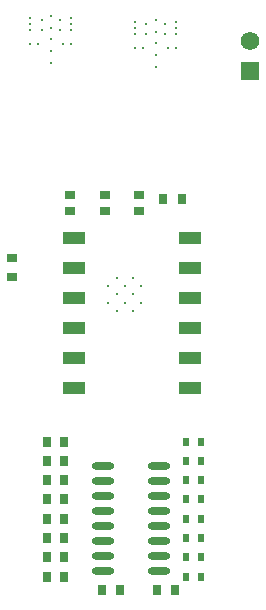
<source format=gbr>
G04*
G04 #@! TF.GenerationSoftware,Altium Limited,Altium Designer,24.9.1 (31)*
G04*
G04 Layer_Color=255*
%FSLAX25Y25*%
%MOIN*%
G70*
G04*
G04 #@! TF.SameCoordinates,0464F855-7F2B-49EB-A455-A8C15B23BB70*
G04*
G04*
G04 #@! TF.FilePolarity,Positive*
G04*
G01*
G75*
%ADD16R,0.03110X0.03661*%
%ADD22R,0.03150X0.03543*%
%ADD27R,0.03197X0.02593*%
%ADD28R,0.02756X0.03543*%
%ADD53C,0.01181*%
%ADD54R,0.06181X0.06181*%
%ADD55C,0.06181*%
%ADD68R,0.02362X0.03150*%
%ADD69O,0.07480X0.02362*%
%ADD70R,0.07500X0.04016*%
%ADD71R,0.03661X0.03110*%
D16*
X152772Y236500D02*
D03*
X159228D02*
D03*
D22*
X156953Y106000D02*
D03*
X151047D02*
D03*
X138453D02*
D03*
X132547D02*
D03*
D27*
X122000Y237664D02*
D03*
Y232336D02*
D03*
X145000Y237664D02*
D03*
Y232336D02*
D03*
X133500Y237664D02*
D03*
Y232336D02*
D03*
D28*
X114244Y155500D02*
D03*
X119756D02*
D03*
X114244Y149083D02*
D03*
X119756D02*
D03*
X114244Y142667D02*
D03*
X119756D02*
D03*
X114244Y136250D02*
D03*
X119756D02*
D03*
X114244Y129833D02*
D03*
X119756D02*
D03*
X114244Y117000D02*
D03*
X119756D02*
D03*
X114244Y110500D02*
D03*
X119756D02*
D03*
X114244Y123417D02*
D03*
X119756D02*
D03*
D53*
X157236Y286618D02*
D03*
X154563D02*
D03*
X150429Y280398D02*
D03*
Y284335D02*
D03*
Y288272D02*
D03*
Y292209D02*
D03*
Y296146D02*
D03*
X157240Y291342D02*
D03*
Y293311D02*
D03*
Y295280D02*
D03*
X153500Y291500D02*
D03*
Y294728D02*
D03*
X143622Y286618D02*
D03*
X146295D02*
D03*
X143618Y291342D02*
D03*
Y293311D02*
D03*
Y295280D02*
D03*
X147358Y291500D02*
D03*
Y294728D02*
D03*
X122307Y287941D02*
D03*
X119634D02*
D03*
X115500Y281720D02*
D03*
Y285658D02*
D03*
Y289595D02*
D03*
Y293531D02*
D03*
Y297468D02*
D03*
X122311Y292665D02*
D03*
Y294634D02*
D03*
Y296602D02*
D03*
X118571Y292823D02*
D03*
Y296051D02*
D03*
X108693Y287941D02*
D03*
X111366D02*
D03*
X108689Y292665D02*
D03*
Y294634D02*
D03*
Y296602D02*
D03*
X112429Y292823D02*
D03*
Y296051D02*
D03*
X142902Y199094D02*
D03*
X137390D02*
D03*
X145657Y201850D02*
D03*
X140146D02*
D03*
X134634D02*
D03*
X142902Y204606D02*
D03*
X137390D02*
D03*
X145657Y207362D02*
D03*
X140146D02*
D03*
X134634D02*
D03*
X142902Y210118D02*
D03*
X137390D02*
D03*
D54*
X182000Y279000D02*
D03*
D55*
Y289000D02*
D03*
D68*
X160441Y110500D02*
D03*
X165559D02*
D03*
X160441Y117000D02*
D03*
X165559D02*
D03*
X160441Y123417D02*
D03*
X165559D02*
D03*
X160441Y129833D02*
D03*
X165559D02*
D03*
X160441Y136250D02*
D03*
X165559D02*
D03*
X160441Y142667D02*
D03*
X165559D02*
D03*
X160441Y149083D02*
D03*
X165559D02*
D03*
X160441Y155500D02*
D03*
X165559D02*
D03*
D69*
X151504Y147500D02*
D03*
Y142500D02*
D03*
Y137500D02*
D03*
Y132500D02*
D03*
Y127500D02*
D03*
Y122500D02*
D03*
Y117500D02*
D03*
Y112500D02*
D03*
X133000Y147500D02*
D03*
Y142500D02*
D03*
Y137500D02*
D03*
Y132500D02*
D03*
Y127500D02*
D03*
Y122500D02*
D03*
Y117500D02*
D03*
Y112500D02*
D03*
D70*
X161841Y223500D02*
D03*
X123159D02*
D03*
X161841Y213500D02*
D03*
X123159D02*
D03*
X161841Y203500D02*
D03*
X123159D02*
D03*
X161841Y193500D02*
D03*
X123159D02*
D03*
X161841Y183500D02*
D03*
X123159D02*
D03*
X161841Y173500D02*
D03*
X123159D02*
D03*
D71*
X102500Y216728D02*
D03*
Y210272D02*
D03*
M02*

</source>
